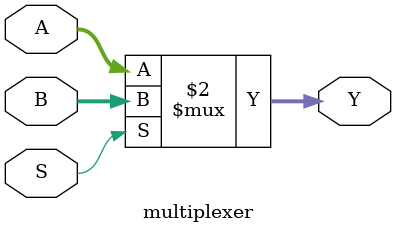
<source format=v>
module multiplexer(A,B,S,Y); 

    // 2x1 mux
    input S;
    // using A and B as two bit input
    input [1:0] A,B;
    output [1:0] Y;

    assign Y = (S == 1'b0) ? A : B;


endmodule
</source>
